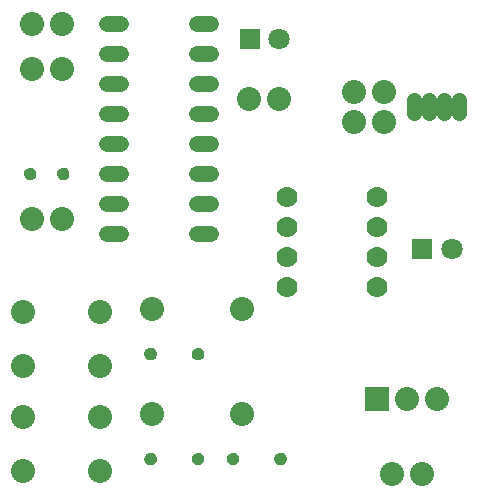
<source format=gts>
G75*
%MOIN*%
%OFA0B0*%
%FSLAX25Y25*%
%IPPOS*%
%LPD*%
%AMOC8*
5,1,8,0,0,1.08239X$1,22.5*
%
%ADD10R,0.07100X0.07100*%
%ADD11C,0.07100*%
%ADD12C,0.00500*%
%ADD13C,0.05400*%
%ADD14C,0.08000*%
%ADD15C,0.07000*%
%ADD16R,0.08000X0.08000*%
%ADD17C,0.05100*%
D10*
X0151079Y0091000D03*
X0093579Y0161000D03*
D11*
X0103421Y0161000D03*
X0160921Y0091000D03*
D12*
X0104975Y0022402D02*
X0104646Y0022598D01*
X0104282Y0022716D01*
X0103900Y0022750D01*
X0103516Y0022710D01*
X0103150Y0022586D01*
X0102821Y0022383D01*
X0102546Y0022112D01*
X0102337Y0021787D01*
X0102207Y0021423D01*
X0102160Y0021040D01*
X0102198Y0020645D01*
X0102323Y0020269D01*
X0102528Y0019930D01*
X0102803Y0019645D01*
X0103135Y0019428D01*
X0103507Y0019291D01*
X0103900Y0019240D01*
X0104298Y0019295D01*
X0104674Y0019437D01*
X0105009Y0019660D01*
X0105286Y0019951D01*
X0105492Y0020297D01*
X0105615Y0020679D01*
X0105650Y0021080D01*
X0105598Y0021459D01*
X0105463Y0021818D01*
X0105252Y0022137D01*
X0104975Y0022402D01*
X0104918Y0022436D02*
X0102907Y0022436D01*
X0102434Y0021937D02*
X0105384Y0021937D01*
X0105601Y0021439D02*
X0102212Y0021439D01*
X0102170Y0020940D02*
X0105638Y0020940D01*
X0105539Y0020442D02*
X0102265Y0020442D01*
X0102519Y0019943D02*
X0105279Y0019943D01*
X0104686Y0019445D02*
X0103110Y0019445D01*
X0089815Y0020679D02*
X0089692Y0020297D01*
X0089486Y0019951D01*
X0089209Y0019660D01*
X0088874Y0019437D01*
X0088498Y0019295D01*
X0088100Y0019240D01*
X0087707Y0019291D01*
X0087335Y0019428D01*
X0087003Y0019645D01*
X0086728Y0019930D01*
X0086523Y0020269D01*
X0086398Y0020645D01*
X0086360Y0021040D01*
X0086407Y0021423D01*
X0086537Y0021787D01*
X0086746Y0022112D01*
X0087021Y0022383D01*
X0087350Y0022586D01*
X0087716Y0022710D01*
X0088100Y0022750D01*
X0088482Y0022716D01*
X0088846Y0022598D01*
X0089175Y0022402D01*
X0089452Y0022137D01*
X0089663Y0021818D01*
X0089798Y0021459D01*
X0089850Y0021080D01*
X0089815Y0020679D01*
X0089739Y0020442D02*
X0086465Y0020442D01*
X0086370Y0020940D02*
X0089838Y0020940D01*
X0089801Y0021439D02*
X0086412Y0021439D01*
X0086634Y0021937D02*
X0089584Y0021937D01*
X0089118Y0022436D02*
X0087107Y0022436D01*
X0086719Y0019943D02*
X0089479Y0019943D01*
X0088886Y0019445D02*
X0087310Y0019445D01*
X0078115Y0020679D02*
X0077992Y0020297D01*
X0077786Y0019951D01*
X0077509Y0019660D01*
X0077174Y0019437D01*
X0076798Y0019295D01*
X0076400Y0019240D01*
X0076007Y0019291D01*
X0075635Y0019428D01*
X0075303Y0019645D01*
X0075028Y0019930D01*
X0074823Y0020269D01*
X0074698Y0020645D01*
X0074660Y0021040D01*
X0074707Y0021423D01*
X0074837Y0021787D01*
X0075046Y0022112D01*
X0075321Y0022383D01*
X0075650Y0022586D01*
X0076016Y0022710D01*
X0076400Y0022750D01*
X0076782Y0022716D01*
X0077146Y0022598D01*
X0077475Y0022402D01*
X0077752Y0022137D01*
X0077963Y0021818D01*
X0078098Y0021459D01*
X0078150Y0021080D01*
X0078115Y0020679D01*
X0078039Y0020442D02*
X0074765Y0020442D01*
X0074670Y0020940D02*
X0078138Y0020940D01*
X0078101Y0021439D02*
X0074712Y0021439D01*
X0074934Y0021937D02*
X0077884Y0021937D01*
X0077418Y0022436D02*
X0075407Y0022436D01*
X0075019Y0019943D02*
X0077779Y0019943D01*
X0077186Y0019445D02*
X0075610Y0019445D01*
X0062315Y0020679D02*
X0062192Y0020297D01*
X0061986Y0019951D01*
X0061709Y0019660D01*
X0061374Y0019437D01*
X0060998Y0019295D01*
X0060600Y0019240D01*
X0060207Y0019291D01*
X0059835Y0019428D01*
X0059503Y0019645D01*
X0059228Y0019930D01*
X0059023Y0020269D01*
X0058898Y0020645D01*
X0058860Y0021040D01*
X0058907Y0021423D01*
X0059037Y0021787D01*
X0059246Y0022112D01*
X0059521Y0022383D01*
X0059850Y0022586D01*
X0060216Y0022710D01*
X0060600Y0022750D01*
X0060982Y0022716D01*
X0061346Y0022598D01*
X0061675Y0022402D01*
X0061952Y0022137D01*
X0062163Y0021818D01*
X0062298Y0021459D01*
X0062350Y0021080D01*
X0062315Y0020679D01*
X0062239Y0020442D02*
X0058965Y0020442D01*
X0058870Y0020940D02*
X0062338Y0020940D01*
X0062301Y0021439D02*
X0058912Y0021439D01*
X0059134Y0021937D02*
X0062084Y0021937D01*
X0061618Y0022436D02*
X0059607Y0022436D01*
X0059219Y0019943D02*
X0061979Y0019943D01*
X0061386Y0019445D02*
X0059810Y0019445D01*
X0060600Y0054250D02*
X0060984Y0054290D01*
X0061350Y0054414D01*
X0061679Y0054617D01*
X0061954Y0054888D01*
X0062163Y0055213D01*
X0062293Y0055577D01*
X0062340Y0055960D01*
X0062302Y0056355D01*
X0062177Y0056731D01*
X0061972Y0057070D01*
X0061697Y0057355D01*
X0061365Y0057572D01*
X0060993Y0057709D01*
X0060600Y0057760D01*
X0060202Y0057705D01*
X0059826Y0057563D01*
X0059491Y0057340D01*
X0059214Y0057049D01*
X0059008Y0056703D01*
X0058885Y0056321D01*
X0058850Y0055920D01*
X0058902Y0055541D01*
X0059037Y0055182D01*
X0059248Y0054863D01*
X0059525Y0054598D01*
X0059854Y0054402D01*
X0060218Y0054284D01*
X0060600Y0054250D01*
X0061133Y0054341D02*
X0060043Y0054341D01*
X0059272Y0054839D02*
X0061905Y0054839D01*
X0062207Y0055338D02*
X0058978Y0055338D01*
X0058861Y0055836D02*
X0062325Y0055836D01*
X0062304Y0056335D02*
X0058890Y0056335D01*
X0059085Y0056833D02*
X0062116Y0056833D01*
X0061719Y0057332D02*
X0059483Y0057332D01*
X0074650Y0055920D02*
X0074685Y0056321D01*
X0074808Y0056703D01*
X0075014Y0057049D01*
X0075291Y0057340D01*
X0075626Y0057563D01*
X0076002Y0057705D01*
X0076400Y0057760D01*
X0076793Y0057709D01*
X0077165Y0057572D01*
X0077497Y0057355D01*
X0077772Y0057070D01*
X0077977Y0056731D01*
X0078102Y0056355D01*
X0078140Y0055960D01*
X0078093Y0055577D01*
X0077963Y0055213D01*
X0077754Y0054888D01*
X0077479Y0054617D01*
X0077150Y0054414D01*
X0076784Y0054290D01*
X0076400Y0054250D01*
X0076018Y0054284D01*
X0075654Y0054402D01*
X0075325Y0054598D01*
X0075048Y0054863D01*
X0074837Y0055182D01*
X0074702Y0055541D01*
X0074650Y0055920D01*
X0074661Y0055836D02*
X0078125Y0055836D01*
X0078104Y0056335D02*
X0074690Y0056335D01*
X0074885Y0056833D02*
X0077916Y0056833D01*
X0077519Y0057332D02*
X0075283Y0057332D01*
X0074778Y0055338D02*
X0078007Y0055338D01*
X0077705Y0054839D02*
X0075072Y0054839D01*
X0075843Y0054341D02*
X0076933Y0054341D01*
X0032569Y0114637D02*
X0032240Y0114434D01*
X0031874Y0114310D01*
X0031490Y0114270D01*
X0031109Y0114304D01*
X0030744Y0114422D01*
X0030415Y0114618D01*
X0030138Y0114882D01*
X0029927Y0115202D01*
X0029792Y0115560D01*
X0029740Y0115940D01*
X0029775Y0116340D01*
X0029898Y0116723D01*
X0030104Y0117069D01*
X0030381Y0117360D01*
X0030716Y0117582D01*
X0031092Y0117725D01*
X0031490Y0117780D01*
X0031883Y0117728D01*
X0032255Y0117591D01*
X0032587Y0117375D01*
X0032862Y0117090D01*
X0033068Y0116751D01*
X0033192Y0116374D01*
X0033230Y0115980D01*
X0033183Y0115596D01*
X0033053Y0115233D01*
X0032844Y0114908D01*
X0032569Y0114637D01*
X0032593Y0114661D02*
X0030370Y0114661D01*
X0029955Y0115159D02*
X0033005Y0115159D01*
X0033191Y0115658D02*
X0029779Y0115658D01*
X0029759Y0116156D02*
X0033213Y0116156D01*
X0033099Y0116655D02*
X0029876Y0116655D01*
X0030184Y0117153D02*
X0032801Y0117153D01*
X0032091Y0117652D02*
X0030899Y0117652D01*
X0022172Y0116374D02*
X0022210Y0115980D01*
X0022163Y0115596D01*
X0022033Y0115233D01*
X0021824Y0114908D01*
X0021549Y0114637D01*
X0021220Y0114434D01*
X0020854Y0114310D01*
X0020470Y0114270D01*
X0020089Y0114304D01*
X0019724Y0114422D01*
X0019395Y0114618D01*
X0019118Y0114882D01*
X0018907Y0115202D01*
X0018772Y0115560D01*
X0018720Y0115940D01*
X0018755Y0116340D01*
X0018878Y0116723D01*
X0019084Y0117069D01*
X0019361Y0117360D01*
X0019696Y0117582D01*
X0020072Y0117725D01*
X0020470Y0117780D01*
X0020863Y0117728D01*
X0021235Y0117591D01*
X0021567Y0117375D01*
X0021842Y0117090D01*
X0022048Y0116751D01*
X0022172Y0116374D01*
X0022193Y0116156D02*
X0018739Y0116156D01*
X0018759Y0115658D02*
X0022171Y0115658D01*
X0021985Y0115159D02*
X0018935Y0115159D01*
X0019350Y0114661D02*
X0021573Y0114661D01*
X0022079Y0116655D02*
X0018856Y0116655D01*
X0019164Y0117153D02*
X0021781Y0117153D01*
X0021071Y0117652D02*
X0019879Y0117652D01*
D13*
X0046100Y0116000D02*
X0050900Y0116000D01*
X0050900Y0126000D02*
X0046100Y0126000D01*
X0046100Y0136000D02*
X0050900Y0136000D01*
X0050900Y0146000D02*
X0046100Y0146000D01*
X0046100Y0156000D02*
X0050900Y0156000D01*
X0050900Y0166000D02*
X0046100Y0166000D01*
X0076100Y0166000D02*
X0080900Y0166000D01*
X0080900Y0156000D02*
X0076100Y0156000D01*
X0076100Y0146000D02*
X0080900Y0146000D01*
X0080900Y0136000D02*
X0076100Y0136000D01*
X0076100Y0126000D02*
X0080900Y0126000D01*
X0080900Y0116000D02*
X0076100Y0116000D01*
X0076100Y0106000D02*
X0080900Y0106000D01*
X0080900Y0096000D02*
X0076100Y0096000D01*
X0050900Y0096000D02*
X0046100Y0096000D01*
X0046100Y0106000D02*
X0050900Y0106000D01*
D14*
X0018200Y0017100D03*
X0018200Y0034900D03*
X0018200Y0052100D03*
X0018200Y0069900D03*
X0043800Y0069900D03*
X0061000Y0071000D03*
X0043800Y0052100D03*
X0043800Y0034900D03*
X0061000Y0036000D03*
X0043800Y0017100D03*
X0091000Y0036000D03*
X0091000Y0071000D03*
X0141000Y0016000D03*
X0151000Y0016000D03*
X0146000Y0040941D03*
X0156000Y0040941D03*
X0138500Y0133500D03*
X0138500Y0143500D03*
X0128500Y0143500D03*
X0128500Y0133500D03*
X0103500Y0141000D03*
X0093500Y0141000D03*
X0031000Y0151000D03*
X0021000Y0151000D03*
X0021000Y0166000D03*
X0031000Y0166000D03*
X0031000Y0101000D03*
X0021000Y0101000D03*
D15*
X0106000Y0098500D03*
X0106000Y0088500D03*
X0106000Y0078500D03*
X0106000Y0108500D03*
X0136000Y0108500D03*
X0136000Y0098500D03*
X0136000Y0088500D03*
X0136000Y0078500D03*
D16*
X0136000Y0040941D03*
D17*
X0148500Y0136250D02*
X0148500Y0140750D01*
X0153500Y0140750D02*
X0153500Y0136250D01*
X0158500Y0136250D02*
X0158500Y0140750D01*
X0163500Y0140750D02*
X0163500Y0136250D01*
M02*

</source>
